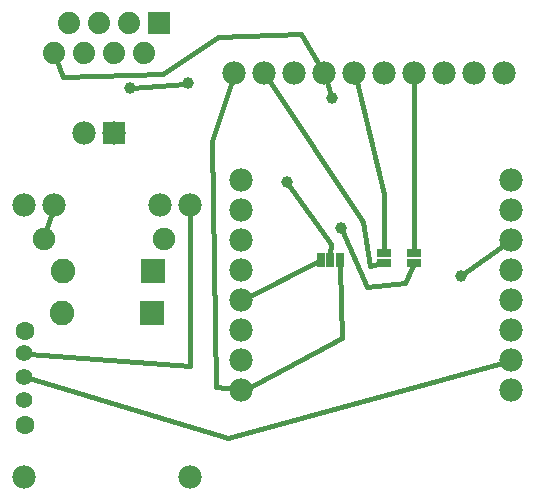
<source format=gbl>
G04 MADE WITH FRITZING*
G04 WWW.FRITZING.ORG*
G04 DOUBLE SIDED*
G04 HOLES PLATED*
G04 CONTOUR ON CENTER OF CONTOUR VECTOR*
%ASAXBY*%
%FSLAX23Y23*%
%MOIN*%
%OFA0B0*%
%SFA1.0B1.0*%
%ADD10C,0.039370*%
%ADD11C,0.062992*%
%ADD12C,0.055118*%
%ADD13C,0.074000*%
%ADD14C,0.078000*%
%ADD15C,0.077778*%
%ADD16C,0.075000*%
%ADD17C,0.082000*%
%ADD18R,0.025000X0.050000*%
%ADD19R,0.050000X0.025000*%
%ADD20R,0.082000X0.082000*%
%ADD21R,0.078000X0.078000*%
%ADD22C,0.016000*%
%ADD23R,0.001000X0.001000*%
%LNCOPPER0*%
G90*
G70*
G54D10*
X1144Y904D03*
X1112Y1337D03*
X1544Y744D03*
X440Y1369D03*
X632Y1385D03*
G54D11*
X91Y245D03*
X91Y561D03*
G54D12*
X86Y329D03*
X86Y407D03*
X87Y486D03*
G54D13*
X187Y1487D03*
X237Y1587D03*
X287Y1487D03*
X387Y1487D03*
X487Y1487D03*
X337Y1587D03*
X437Y1587D03*
X537Y1587D03*
G54D14*
X1488Y1421D03*
X1388Y1421D03*
X1288Y1421D03*
X1187Y1421D03*
X1088Y1421D03*
X988Y1421D03*
X888Y1421D03*
X788Y1421D03*
X1687Y1421D03*
X1587Y1421D03*
X88Y72D03*
X639Y72D03*
X88Y981D03*
X188Y981D03*
X539Y981D03*
X639Y981D03*
G54D15*
X811Y1063D03*
X811Y963D03*
X811Y863D03*
X811Y763D03*
X811Y663D03*
X811Y563D03*
X811Y463D03*
X811Y363D03*
X1711Y363D03*
X1711Y463D03*
X1711Y563D03*
X1711Y663D03*
X1711Y763D03*
X1711Y863D03*
X1711Y963D03*
X1711Y1063D03*
G54D16*
X153Y868D03*
X553Y868D03*
X153Y868D03*
X553Y868D03*
G54D17*
X516Y760D03*
X218Y760D03*
X516Y760D03*
X218Y760D03*
X512Y621D03*
X214Y621D03*
X512Y621D03*
X214Y621D03*
G54D14*
X388Y1221D03*
X288Y1221D03*
G54D10*
X963Y1056D03*
G54D18*
X1076Y798D03*
X1108Y798D03*
X1140Y798D03*
G54D19*
X1388Y785D03*
X1388Y821D03*
X1288Y785D03*
X1288Y821D03*
G54D20*
X517Y760D03*
X517Y760D03*
X513Y621D03*
X513Y621D03*
G54D21*
X388Y1221D03*
G54D22*
X1388Y1402D02*
X1388Y828D01*
D02*
X158Y885D02*
X182Y962D01*
D02*
X827Y671D02*
X1069Y794D01*
D02*
X1286Y1018D02*
X1288Y828D01*
D02*
X1192Y1402D02*
X1286Y1018D01*
D02*
X1147Y897D02*
X1231Y706D01*
D02*
X1231Y706D02*
X1355Y719D01*
D02*
X1355Y719D02*
X1384Y778D01*
D02*
X193Y1468D02*
X215Y1405D01*
D02*
X215Y1405D02*
X551Y1417D01*
D02*
X551Y1417D02*
X733Y1539D01*
D02*
X733Y1539D02*
X1011Y1550D01*
D02*
X1011Y1550D02*
X1078Y1437D01*
D02*
X1110Y1344D02*
X1093Y1402D01*
D02*
X1696Y853D02*
X1550Y749D01*
D02*
X448Y1369D02*
X624Y1384D01*
D02*
X1268Y782D02*
X1240Y777D01*
X1240Y777D02*
X1215Y922D01*
D02*
X1215Y922D02*
X898Y1405D01*
D02*
X641Y442D02*
X639Y962D01*
D02*
X103Y484D02*
X641Y442D01*
D02*
X816Y361D02*
X828Y357D01*
D02*
X1146Y535D02*
X816Y361D01*
D02*
X1140Y778D02*
X1146Y535D01*
D02*
X726Y372D02*
X793Y365D01*
D02*
X714Y1192D02*
X726Y372D01*
D02*
X782Y1403D02*
X714Y1192D01*
D02*
X767Y202D02*
X1693Y458D01*
D02*
X102Y402D02*
X767Y202D01*
D02*
X968Y1049D02*
X1109Y851D01*
D02*
X1109Y851D02*
X1108Y817D01*
G54D23*
X501Y1623D02*
X574Y1623D01*
X501Y1622D02*
X574Y1622D01*
X501Y1621D02*
X574Y1621D01*
X501Y1620D02*
X574Y1620D01*
X501Y1619D02*
X574Y1619D01*
X501Y1618D02*
X574Y1618D01*
X501Y1617D02*
X574Y1617D01*
X501Y1616D02*
X574Y1616D01*
X501Y1615D02*
X574Y1615D01*
X501Y1614D02*
X574Y1614D01*
X501Y1613D02*
X574Y1613D01*
X501Y1612D02*
X574Y1612D01*
X501Y1611D02*
X574Y1611D01*
X501Y1610D02*
X574Y1610D01*
X501Y1609D02*
X574Y1609D01*
X501Y1608D02*
X574Y1608D01*
X501Y1607D02*
X574Y1607D01*
X501Y1606D02*
X532Y1606D01*
X542Y1606D02*
X574Y1606D01*
X501Y1605D02*
X529Y1605D01*
X545Y1605D02*
X574Y1605D01*
X501Y1604D02*
X527Y1604D01*
X547Y1604D02*
X574Y1604D01*
X501Y1603D02*
X525Y1603D01*
X549Y1603D02*
X574Y1603D01*
X501Y1602D02*
X524Y1602D01*
X550Y1602D02*
X574Y1602D01*
X501Y1601D02*
X523Y1601D01*
X551Y1601D02*
X574Y1601D01*
X501Y1600D02*
X522Y1600D01*
X552Y1600D02*
X574Y1600D01*
X501Y1599D02*
X521Y1599D01*
X553Y1599D02*
X574Y1599D01*
X501Y1598D02*
X520Y1598D01*
X554Y1598D02*
X574Y1598D01*
X501Y1597D02*
X520Y1597D01*
X555Y1597D02*
X574Y1597D01*
X501Y1596D02*
X519Y1596D01*
X555Y1596D02*
X574Y1596D01*
X501Y1595D02*
X519Y1595D01*
X556Y1595D02*
X574Y1595D01*
X501Y1594D02*
X518Y1594D01*
X556Y1594D02*
X574Y1594D01*
X501Y1593D02*
X518Y1593D01*
X556Y1593D02*
X574Y1593D01*
X501Y1592D02*
X518Y1592D01*
X557Y1592D02*
X574Y1592D01*
X501Y1591D02*
X517Y1591D01*
X557Y1591D02*
X574Y1591D01*
X501Y1590D02*
X517Y1590D01*
X557Y1590D02*
X574Y1590D01*
X501Y1589D02*
X517Y1589D01*
X557Y1589D02*
X574Y1589D01*
X501Y1588D02*
X517Y1588D01*
X557Y1588D02*
X574Y1588D01*
X501Y1587D02*
X517Y1587D01*
X557Y1587D02*
X574Y1587D01*
X501Y1586D02*
X517Y1586D01*
X557Y1586D02*
X574Y1586D01*
X501Y1585D02*
X517Y1585D01*
X557Y1585D02*
X574Y1585D01*
X501Y1584D02*
X517Y1584D01*
X557Y1584D02*
X574Y1584D01*
X501Y1583D02*
X517Y1583D01*
X557Y1583D02*
X574Y1583D01*
X501Y1582D02*
X518Y1582D01*
X557Y1582D02*
X574Y1582D01*
X501Y1581D02*
X518Y1581D01*
X556Y1581D02*
X574Y1581D01*
X501Y1580D02*
X518Y1580D01*
X556Y1580D02*
X574Y1580D01*
X501Y1579D02*
X519Y1579D01*
X556Y1579D02*
X574Y1579D01*
X501Y1578D02*
X519Y1578D01*
X555Y1578D02*
X574Y1578D01*
X501Y1577D02*
X520Y1577D01*
X555Y1577D02*
X574Y1577D01*
X501Y1576D02*
X520Y1576D01*
X554Y1576D02*
X574Y1576D01*
X501Y1575D02*
X521Y1575D01*
X553Y1575D02*
X574Y1575D01*
X501Y1574D02*
X522Y1574D01*
X552Y1574D02*
X574Y1574D01*
X501Y1573D02*
X523Y1573D01*
X552Y1573D02*
X574Y1573D01*
X501Y1572D02*
X524Y1572D01*
X550Y1572D02*
X574Y1572D01*
X501Y1571D02*
X525Y1571D01*
X549Y1571D02*
X574Y1571D01*
X501Y1570D02*
X527Y1570D01*
X548Y1570D02*
X574Y1570D01*
X501Y1569D02*
X529Y1569D01*
X546Y1569D02*
X574Y1569D01*
X501Y1568D02*
X532Y1568D01*
X543Y1568D02*
X574Y1568D01*
X501Y1567D02*
X574Y1567D01*
X501Y1566D02*
X574Y1566D01*
X501Y1565D02*
X574Y1565D01*
X501Y1564D02*
X574Y1564D01*
X501Y1563D02*
X574Y1563D01*
X501Y1562D02*
X574Y1562D01*
X501Y1561D02*
X574Y1561D01*
X501Y1560D02*
X574Y1560D01*
X501Y1559D02*
X574Y1559D01*
X501Y1558D02*
X574Y1558D01*
X501Y1557D02*
X574Y1557D01*
X501Y1556D02*
X574Y1556D01*
X501Y1555D02*
X574Y1555D01*
X501Y1554D02*
X574Y1554D01*
X501Y1553D02*
X574Y1553D01*
X501Y1552D02*
X574Y1552D01*
X501Y1551D02*
X574Y1551D01*
X501Y1550D02*
X573Y1550D01*
D02*
G04 End of Copper0*
M02*
</source>
